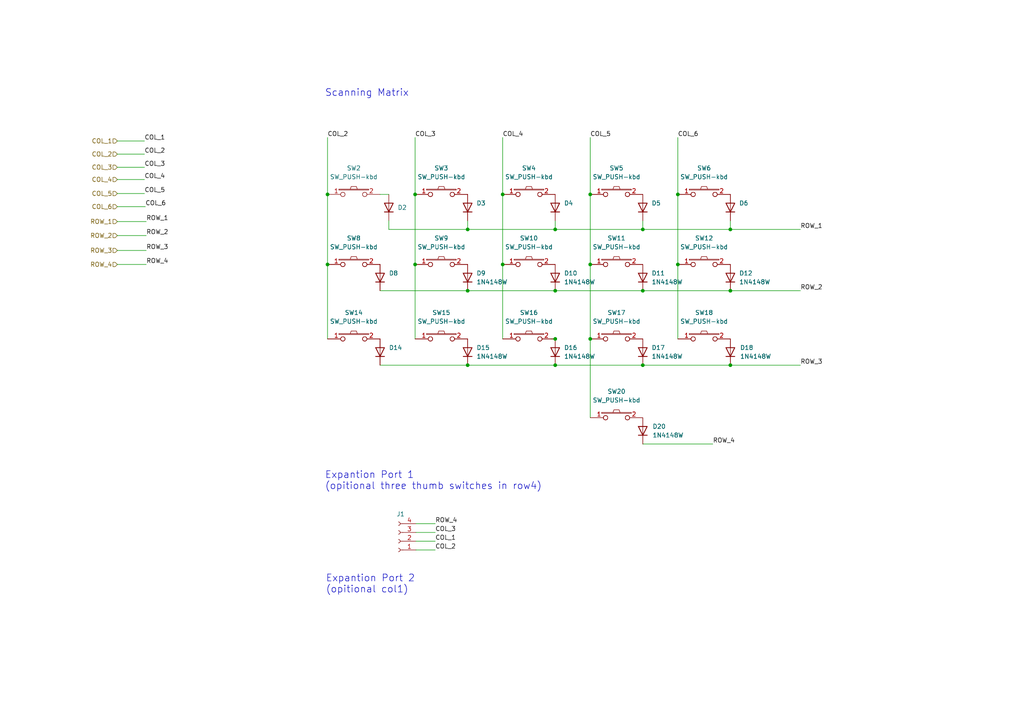
<source format=kicad_sch>
(kicad_sch (version 20211123) (generator eeschema)
  (paper "A4")
  (lib_symbols
    (symbol "Connector:Conn_01x04_Female" (pin_names (offset 1.016) hide)
      (property "Reference" "J" (at 0 5.08 0))
      (property "Value" "Conn_01x04_Female" (at 0 -7.62 0))
      (symbol "Conn_01x04_Female_1_1"
        (arc (start 0 -4.572) (mid -0.508 -5.08) (end 0 -5.588) (stroke (width 0.1524)))
        (arc (start 0 -2.032) (mid -0.508 -2.54) (end 0 -3.048) (stroke (width 0.1524)))
        (polyline (pts (xy -1.27 -5.08) (xy -0.508 -5.08)) (stroke (width 0.1524)))
        (polyline (pts (xy -1.27 -2.54) (xy -0.508 -2.54)) (stroke (width 0.1524)))
        (polyline (pts (xy -1.27 0) (xy -0.508 0)) (stroke (width 0.1524)))
        (polyline (pts (xy -1.27 2.54) (xy -0.508 2.54)) (stroke (width 0.1524)))
        (arc (start 0 0.508) (mid -0.508 0) (end 0 -0.508) (stroke (width 0.1524)))
        (arc (start 0 3.048) (mid -0.508 2.54) (end 0 2.032) (stroke (width 0.1524)))
        (pin passive line (at -5.08 2.54 0) (length 3.81) (name "Pin_1") (number "1"))
        (pin passive line (at -5.08 0 0) (length 3.81) (name "Pin_2") (number "2"))
        (pin passive line (at -5.08 -2.54 0) (length 3.81) (name "Pin_3") (number "3"))
        (pin passive line (at -5.08 -5.08 0) (length 3.81) (name "Pin_4") (number "4"))
      )
    )
    (symbol "mysymbol:1N4148W" (pin_numbers hide) (pin_names (offset 1.016) hide)
      (property "Reference" "D?" (at 2.54 1.2701 90))
      (symbol "1N4148W_0_1"
        (polyline (pts (xy -1.27 1.27) (xy -1.27 -1.27)) (stroke (width 0.254)))
        (polyline (pts (xy 1.27 0) (xy -1.27 0)))
        (polyline (pts (xy 1.27 1.27) (xy 1.27 -1.27) (xy -1.27 0) (xy 1.27 1.27)) (stroke (width 0.254)))
      )
      (symbol "1N4148W_1_1"
        (pin passive line (at -3.81 0 0) (length 2.54) (name "K") (number "1"))
        (pin passive line (at 3.81 0 180) (length 2.54) (name "A") (number "2"))
      )
    )
    (symbol "mysymbol:SW_PUSH-kbd" (pin_names (offset 1.016) hide)
      (property "Reference" "SW1" (at 3.81 2.794 0))
      (symbol "SW_PUSH-kbd_0_1"
        (rectangle (start -4.318 1.27) (end 4.318 1.524))
        (polyline (pts (xy -1.016 1.524) (xy -0.762 2.286) (xy 0.762 2.286) (xy 1.016 1.524)))
        (pin passive inverted (at -7.62 0 0) (length 5.08) (name "1") (number "1"))
        (pin passive inverted (at 7.62 0 180) (length 5.08) (name "2") (number "2"))
      )
    )
  )
  (junction (at 135.636 66.548))
  (junction (at 94.996 56.388))
  (junction (at 196.596 76.708))
  (junction (at 145.796 56.388))
  (junction (at 211.836 105.918))
  (junction (at 161.036 98.298))
  (junction (at 171.196 56.388))
  (junction (at 120.396 56.388))
  (junction (at 120.396 76.708))
  (junction (at 135.636 84.328))
  (junction (at 135.636 105.918))
  (junction (at 171.196 76.708))
  (junction (at 94.996 76.708))
  (junction (at 211.836 66.548))
  (junction (at 211.836 84.328))
  (junction (at 161.036 84.328))
  (junction (at 171.196 98.298))
  (junction (at 161.036 105.918))
  (junction (at 145.796 76.708))
  (junction (at 186.436 105.918))
  (junction (at 186.436 66.548))
  (junction (at 186.436 84.328))
  (junction (at 161.036 66.548))
  (junction (at 196.596 56.388))
  (wire (pts (xy 120.396 76.708) (xy 120.396 98.298)))
  (wire (pts (xy 145.796 76.708) (xy 145.796 98.298)))
  (wire (pts (xy 161.036 105.918) (xy 186.436 105.918)))
  (wire (pts (xy 135.636 84.328) (xy 161.036 84.328)))
  (wire (pts (xy 186.436 66.548) (xy 211.836 66.548)))
  (wire (pts (xy 94.996 56.388) (xy 94.996 76.708)))
  (wire (pts (xy 110.236 84.328) (xy 135.636 84.328)))
  (wire (pts (xy 211.836 64.008) (xy 211.836 66.548)))
  (wire (pts (xy 211.836 66.548) (xy 232.156 66.548)))
  (wire (pts (xy 161.036 64.008) (xy 161.036 66.548)))
  (wire (pts (xy 161.036 84.328) (xy 186.436 84.328)))
  (wire (pts (xy 34.036 44.704) (xy 41.91 44.704)))
  (wire (pts (xy 34.036 68.326) (xy 42.418 68.326)))
  (wire (pts (xy 120.65 159.512) (xy 126.238 159.512)))
  (wire (pts (xy 34.036 64.262) (xy 42.418 64.262)))
  (wire (pts (xy 186.436 128.778) (xy 206.756 128.778)))
  (wire (pts (xy 211.836 105.918) (xy 232.156 105.918)))
  (wire (pts (xy 211.836 84.328) (xy 232.156 84.328)))
  (wire (pts (xy 94.996 39.878) (xy 94.996 56.388)))
  (wire (pts (xy 34.036 48.514) (xy 41.91 48.514)))
  (wire (pts (xy 120.396 56.388) (xy 120.396 76.708)))
  (wire (pts (xy 186.436 105.918) (xy 211.836 105.918)))
  (wire (pts (xy 161.036 66.548) (xy 186.436 66.548)))
  (wire (pts (xy 196.596 39.878) (xy 196.596 56.388)))
  (wire (pts (xy 110.236 56.388) (xy 112.776 56.388)))
  (wire (pts (xy 145.796 56.388) (xy 145.796 76.708)))
  (wire (pts (xy 196.596 56.388) (xy 196.596 76.708)))
  (wire (pts (xy 196.596 76.708) (xy 196.596 98.298)))
  (wire (pts (xy 135.636 105.918) (xy 161.036 105.918)))
  (wire (pts (xy 171.196 76.708) (xy 171.196 98.298)))
  (wire (pts (xy 110.236 105.918) (xy 135.636 105.918)))
  (wire (pts (xy 34.036 40.894) (xy 41.91 40.894)))
  (wire (pts (xy 120.65 151.892) (xy 126.238 151.892)))
  (wire (pts (xy 34.036 76.708) (xy 42.418 76.708)))
  (wire (pts (xy 34.036 56.134) (xy 41.91 56.134)))
  (wire (pts (xy 186.436 64.008) (xy 186.436 66.548)))
  (wire (pts (xy 159.766 98.298) (xy 161.036 98.298)))
  (wire (pts (xy 34.036 59.944) (xy 42.164 59.944)))
  (wire (pts (xy 34.036 52.07) (xy 41.91 52.07)))
  (wire (pts (xy 120.65 156.972) (xy 126.238 156.972)))
  (wire (pts (xy 94.996 76.708) (xy 94.996 98.298)))
  (wire (pts (xy 186.436 84.328) (xy 211.836 84.328)))
  (wire (pts (xy 112.776 64.008) (xy 112.776 66.548)))
  (wire (pts (xy 171.196 98.298) (xy 171.196 121.158)))
  (wire (pts (xy 145.796 39.878) (xy 145.796 56.388)))
  (wire (pts (xy 112.776 66.548) (xy 135.636 66.548)))
  (wire (pts (xy 171.196 56.388) (xy 171.196 76.708)))
  (wire (pts (xy 34.036 72.644) (xy 42.418 72.644)))
  (wire (pts (xy 135.636 66.548) (xy 161.036 66.548)))
  (wire (pts (xy 120.65 154.432) (xy 126.238 154.432)))
  (wire (pts (xy 120.396 39.878) (xy 120.396 56.388)))
  (wire (pts (xy 171.196 39.878) (xy 171.196 56.388)))
  (wire (pts (xy 135.636 64.008) (xy 135.636 66.548)))
  (text "Scanning Matrix" (at 94.234 28.194 0) (effects (font (size 2 2)) (justify left bottom)))
  (text "Expantion Port 2\n(opitional col1)" (at 94.488 172.212 0) (effects (font (size 2 2)) (justify left bottom)))
  (text "Expantion Port 1\n(opitional three thumb switches in row4)" (at 94.234 142.24 0) (effects (font (size 2 2)) (justify left bottom)))
  (label "COL_2" (at 94.996 39.878 0))
  (label "COL_1" (at 126.238 156.972 0))
  (label "ROW_3" (at 42.418 72.644 0))
  (label "COL_2" (at 41.91 44.704 0))
  (label "COL_6" (at 196.596 39.878 0))
  (label "ROW_3" (at 232.156 105.918 0))
  (label "ROW_1" (at 42.418 64.262 0))
  (label "COL_5" (at 171.196 39.878 0))
  (label "ROW_4" (at 42.418 76.708 0))
  (label "COL_4" (at 145.796 39.878 0))
  (label "COL_3" (at 120.396 39.878 0))
  (label "ROW_2" (at 232.156 84.328 0))
  (label "COL_1" (at 41.91 40.894 0))
  (label "COL_4" (at 41.91 52.07 0))
  (label "COL_2" (at 126.238 159.512 0))
  (label "COL_6" (at 42.164 59.944 0))
  (label "ROW_4" (at 126.238 151.892 0))
  (label "COL_3" (at 126.238 154.432 0))
  (label "ROW_1" (at 232.156 66.548 0))
  (label "COL_3" (at 41.91 48.514 0))
  (label "ROW_4" (at 206.756 128.778 0))
  (label "ROW_2" (at 42.418 68.326 0))
  (label "COL_5" (at 41.91 56.134 0))
  (hierarchical_label "COL_2" (shape input) (at 34.036 44.704 180))
  (hierarchical_label "ROW_3" (shape input) (at 34.036 72.644 180))
  (hierarchical_label "COL_5" (shape input) (at 34.036 56.134 180))
  (hierarchical_label "ROW_2" (shape input) (at 34.036 68.326 180))
  (hierarchical_label "COL_4" (shape input) (at 34.036 52.07 180))
  (hierarchical_label "COL_6" (shape input) (at 34.036 59.944 180))
  (hierarchical_label "COL_1" (shape input) (at 34.036 40.894 180))
  (hierarchical_label "ROW_4" (shape input) (at 34.036 76.708 180))
  (hierarchical_label "ROW_1" (shape input) (at 34.036 64.262 180))
  (hierarchical_label "COL_3" (shape input) (at 34.036 48.514 180))
  (symbol (lib_id "mysymbol:SW_PUSH-kbd") (at 204.216 76.708 0) (unit 1)
    (property "Reference" "SW12" (at 204.216 69.088 0))
    (property "Value" "SW_PUSH-kbd" (at 204.216 71.628 0))
    (property "Footprint" "mylib:Kailh_Choc_Hotplug" (effects hide))
  )
  (symbol (lib_id "mysymbol:1N4148W") (at 161.036 80.518 90) (unit 1)
    (property "Reference" "D10" (at 163.576 79.2479 90) (effects (justify right)))
    (property "Value" "1N4148W" (at 163.576 81.7879 90) (effects (justify right)))
    (property "Footprint" "mylib:Diode" (effects hide))
    (property "Datasheet" "https://www.vishay.com/docs/85748/1n4148w.pdf" (effects hide))
  )
  (symbol (lib_id "mysymbol:SW_PUSH-kbd") (at 128.016 56.388 0) (unit 1)
    (property "Reference" "SW3" (at 128.016 48.768 0))
    (property "Value" "SW_PUSH-kbd" (at 128.016 51.308 0))
    (property "Footprint" "mylib:Kailh_Choc_Hotplug" (effects hide))
  )
  (symbol (lib_id "mysymbol:SW_PUSH-kbd") (at 128.016 76.708 0) (unit 1)
    (property "Reference" "SW9" (at 128.016 69.088 0))
    (property "Value" "SW_PUSH-kbd" (at 128.016 71.628 0))
    (property "Footprint" "mylib:Kailh_Choc_Hotplug" (effects hide))
  )
  (symbol (lib_id "mysymbol:SW_PUSH-kbd") (at 204.216 98.298 0) (unit 1)
    (property "Reference" "SW18" (at 204.216 90.678 0))
    (property "Value" "SW_PUSH-kbd" (at 204.216 93.218 0))
    (property "Footprint" "mylib:Kailh_Choc_Hotplug" (effects hide))
  )
  (symbol (lib_id "mysymbol:1N4148W") (at 161.036 102.108 90) (unit 1)
    (property "Reference" "D16" (at 163.576 100.8379 90) (effects (justify right)))
    (property "Value" "1N4148W" (at 163.576 103.3779 90) (effects (justify right)))
    (property "Footprint" "mylib:Diode" (effects hide))
    (property "Datasheet" "https://www.vishay.com/docs/85748/1n4148w.pdf" (effects hide))
  )
  (symbol (lib_id "Connector:Conn_01x04_Female") (at 115.57 156.972 180) (unit 1) (in_bom no)
    (property "Reference" "J1" (at 116.205 149.098 0))
    (property "Value" "expantion1" (effects hide))
    (property "Footprint" "mylib:Magnetic-PogoPin-1x04-Female" (effects hide))
  )
  (symbol (lib_id "mysymbol:SW_PUSH-kbd") (at 178.816 121.158 0) (unit 1)
    (property "Reference" "SW20" (at 178.816 113.538 0))
    (property "Value" "SW_PUSH-kbd" (at 178.816 116.078 0))
    (property "Footprint" "mylib:Kailh_Choc_Hotplug" (effects hide))
  )
  (symbol (lib_id "mysymbol:1N4148W") (at 186.436 124.968 90) (unit 1)
    (property "Reference" "D20" (at 189.23 123.6979 90) (effects (justify right)))
    (property "Value" "1N4148W" (at 189.23 126.2379 90) (effects (justify right)))
    (property "Footprint" "mylib:Diode" (effects hide))
    (property "Datasheet" "https://www.vishay.com/docs/85748/1n4148w.pdf" (effects hide))
  )
  (symbol (lib_id "mysymbol:SW_PUSH-kbd") (at 153.416 76.708 0) (unit 1)
    (property "Reference" "SW10" (at 153.416 69.088 0))
    (property "Value" "SW_PUSH-kbd" (at 153.416 71.628 0))
    (property "Footprint" "mylib:Kailh_Choc_Hotplug" (effects hide))
  )
  (symbol (lib_id "mysymbol:SW_PUSH-kbd") (at 102.616 98.298 0) (unit 1)
    (property "Reference" "SW14" (at 102.616 90.678 0))
    (property "Value" "SW_PUSH-kbd" (at 102.616 93.218 0))
    (property "Footprint" "mylib:Kailh_Choc_Hotplug" (effects hide))
  )
  (symbol (lib_id "mysymbol:SW_PUSH-kbd") (at 178.816 56.388 0) (unit 1)
    (property "Reference" "SW5" (at 178.816 48.768 0))
    (property "Value" "SW_PUSH-kbd" (at 178.816 51.308 0))
    (property "Footprint" "mylib:Kailh_Choc_Hotplug" (effects hide))
  )
  (symbol (lib_id "mysymbol:1N4148W") (at 186.436 80.518 90) (unit 1)
    (property "Reference" "D11" (at 188.976 79.2479 90) (effects (justify right)))
    (property "Value" "1N4148W" (at 188.976 81.7879 90) (effects (justify right)))
    (property "Footprint" "mylib:Diode" (effects hide))
    (property "Datasheet" "https://www.vishay.com/docs/85748/1n4148w.pdf" (effects hide))
  )
  (symbol (lib_id "mysymbol:1N4148W") (at 135.636 102.108 90) (unit 1)
    (property "Reference" "D15" (at 138.176 100.8379 90) (effects (justify right)))
    (property "Value" "1N4148W" (at 138.176 103.3779 90) (effects (justify right)))
    (property "Footprint" "mylib:Diode" (effects hide))
    (property "Datasheet" "https://www.vishay.com/docs/85748/1n4148w.pdf" (effects hide))
  )
  (symbol (lib_id "mysymbol:1N4148W") (at 110.236 102.108 90) (unit 1)
    (property "Reference" "D14" (at 112.776 100.8379 90) (effects (justify right)))
    (property "Value" "1N4148W" (effects hide))
    (property "Footprint" "mylib:Diode" (effects hide))
    (property "Datasheet" "https://www.vishay.com/docs/85748/1n4148w.pdf" (effects hide))
  )
  (symbol (lib_id "mysymbol:1N4148W") (at 110.236 80.518 90) (unit 1)
    (property "Reference" "D8" (at 112.776 79.2479 90) (effects (justify right)))
    (property "Value" "1N4148W" (effects hide))
    (property "Footprint" "mylib:Diode" (effects hide))
    (property "Datasheet" "https://www.vishay.com/docs/85748/1n4148w.pdf" (effects hide))
  )
  (symbol (lib_id "mysymbol:SW_PUSH-kbd") (at 153.416 56.388 0) (unit 1)
    (property "Reference" "SW4" (at 153.416 48.768 0))
    (property "Value" "SW_PUSH-kbd" (at 153.416 51.308 0))
    (property "Footprint" "mylib:Kailh_Choc_Hotplug" (effects hide))
  )
  (symbol (lib_id "mysymbol:SW_PUSH-kbd") (at 204.216 56.388 0) (unit 1)
    (property "Reference" "SW6" (at 204.216 48.768 0))
    (property "Value" "SW_PUSH-kbd" (at 204.216 51.308 0))
    (property "Footprint" "mylib:Kailh_Choc_Hotplug" (effects hide))
  )
  (symbol (lib_id "mysymbol:1N4148W") (at 161.036 60.198 90) (unit 1)
    (property "Reference" "D4" (at 163.576 58.9279 90) (effects (justify right)))
    (property "Value" "1N4148W" (effects hide))
    (property "Footprint" "mylib:Diode" (effects hide))
    (property "Datasheet" "https://www.vishay.com/docs/85748/1n4148w.pdf" (effects hide))
  )
  (symbol (lib_id "mysymbol:1N4148W") (at 112.776 60.198 90) (unit 1)
    (property "Reference" "D2" (at 115.316 60.1979 90) (effects (justify right)))
    (property "Value" "1N4148W" (effects hide))
    (property "Footprint" "mylib:Diode" (effects hide))
    (property "Datasheet" "https://www.vishay.com/docs/85748/1n4148w.pdf" (effects hide))
  )
  (symbol (lib_id "mysymbol:1N4148W") (at 135.636 60.198 90) (unit 1)
    (property "Reference" "D3" (at 138.176 58.9279 90) (effects (justify right)))
    (property "Value" "1N4148W" (effects hide))
    (property "Footprint" "mylib:Diode" (effects hide))
    (property "Datasheet" "https://www.vishay.com/docs/85748/1n4148w.pdf" (effects hide))
  )
  (symbol (lib_id "mysymbol:SW_PUSH-kbd") (at 128.016 98.298 0) (unit 1)
    (property "Reference" "SW15" (at 128.016 90.678 0))
    (property "Value" "SW_PUSH-kbd" (at 128.016 93.218 0))
    (property "Footprint" "mylib:Kailh_Choc_Hotplug" (effects hide))
  )
  (symbol (lib_id "mysymbol:1N4148W") (at 186.436 102.108 90) (unit 1)
    (property "Reference" "D17" (at 188.976 100.8379 90) (effects (justify right)))
    (property "Value" "1N4148W" (at 188.976 103.3779 90) (effects (justify right)))
    (property "Footprint" "mylib:Diode" (effects hide))
    (property "Datasheet" "https://www.vishay.com/docs/85748/1n4148w.pdf" (effects hide))
  )
  (symbol (lib_id "mysymbol:SW_PUSH-kbd") (at 153.416 98.298 0) (unit 1)
    (property "Reference" "SW16" (at 153.416 90.678 0))
    (property "Value" "SW_PUSH-kbd" (at 153.416 93.218 0))
    (property "Footprint" "mylib:Kailh_Choc_Hotplug" (effects hide))
  )
  (symbol (lib_id "mysymbol:SW_PUSH-kbd") (at 102.616 56.388 0) (unit 1)
    (property "Reference" "SW2" (at 102.616 48.768 0))
    (property "Value" "SW_PUSH-kbd" (at 102.616 51.308 0))
    (property "Footprint" "mylib:Kailh_Choc_Hotplug" (effects hide))
  )
  (symbol (lib_id "mysymbol:SW_PUSH-kbd") (at 102.616 76.708 0) (unit 1)
    (property "Reference" "SW8" (at 102.616 69.088 0))
    (property "Value" "SW_PUSH-kbd" (at 102.616 71.628 0))
    (property "Footprint" "mylib:Kailh_Choc_Hotplug" (effects hide))
  )
  (symbol (lib_id "mysymbol:SW_PUSH-kbd") (at 178.816 76.708 0) (unit 1)
    (property "Reference" "SW11" (at 178.816 69.088 0))
    (property "Value" "SW_PUSH-kbd" (at 178.816 71.628 0))
    (property "Footprint" "mylib:Kailh_Choc_Hotplug" (effects hide))
  )
  (symbol (lib_id "mysymbol:1N4148W") (at 211.836 80.518 90) (unit 1)
    (property "Reference" "D12" (at 214.376 79.2479 90) (effects (justify right)))
    (property "Value" "1N4148W" (at 214.376 81.7879 90) (effects (justify right)))
    (property "Footprint" "mylib:Diode" (effects hide))
    (property "Datasheet" "https://www.vishay.com/docs/85748/1n4148w.pdf" (effects hide))
  )
  (symbol (lib_id "mysymbol:1N4148W") (at 135.636 80.518 90) (unit 1)
    (property "Reference" "D9" (at 138.176 79.2479 90) (effects (justify right)))
    (property "Value" "1N4148W" (at 138.176 81.7879 90) (effects (justify right)))
    (property "Footprint" "mylib:Diode" (effects hide))
    (property "Datasheet" "https://www.vishay.com/docs/85748/1n4148w.pdf" (effects hide))
  )
  (symbol (lib_id "mysymbol:1N4148W") (at 186.436 60.198 90) (unit 1)
    (property "Reference" "D5" (at 188.976 58.9279 90) (effects (justify right)))
    (property "Value" "1N4148W" (effects hide))
    (property "Footprint" "mylib:Diode" (effects hide))
    (property "Datasheet" "https://www.vishay.com/docs/85748/1n4148w.pdf" (effects hide))
  )
  (symbol (lib_id "mysymbol:SW_PUSH-kbd") (at 178.816 98.298 0) (unit 1)
    (property "Reference" "SW17" (at 178.816 90.678 0))
    (property "Value" "SW_PUSH-kbd" (at 178.816 93.218 0))
    (property "Footprint" "mylib:Kailh_Choc_Hotplug" (effects hide))
  )
  (symbol (lib_id "mysymbol:1N4148W") (at 211.836 102.108 90) (unit 1)
    (property "Reference" "D18" (at 214.63 100.8379 90) (effects (justify right)))
    (property "Value" "1N4148W" (at 214.63 103.3779 90) (effects (justify right)))
    (property "Footprint" "mylib:Diode" (effects hide))
    (property "Datasheet" "https://www.vishay.com/docs/85748/1n4148w.pdf" (effects hide))
  )
  (symbol (lib_id "mysymbol:1N4148W") (at 211.836 60.198 90) (unit 1)
    (property "Reference" "D6" (at 214.376 58.9279 90) (effects (justify right)))
    (property "Value" "1N4148W" (effects hide))
    (property "Footprint" "mylib:Diode" (effects hide))
    (property "Datasheet" "https://www.vishay.com/docs/85748/1n4148w.pdf" (effects hide))
  )
)
</source>
